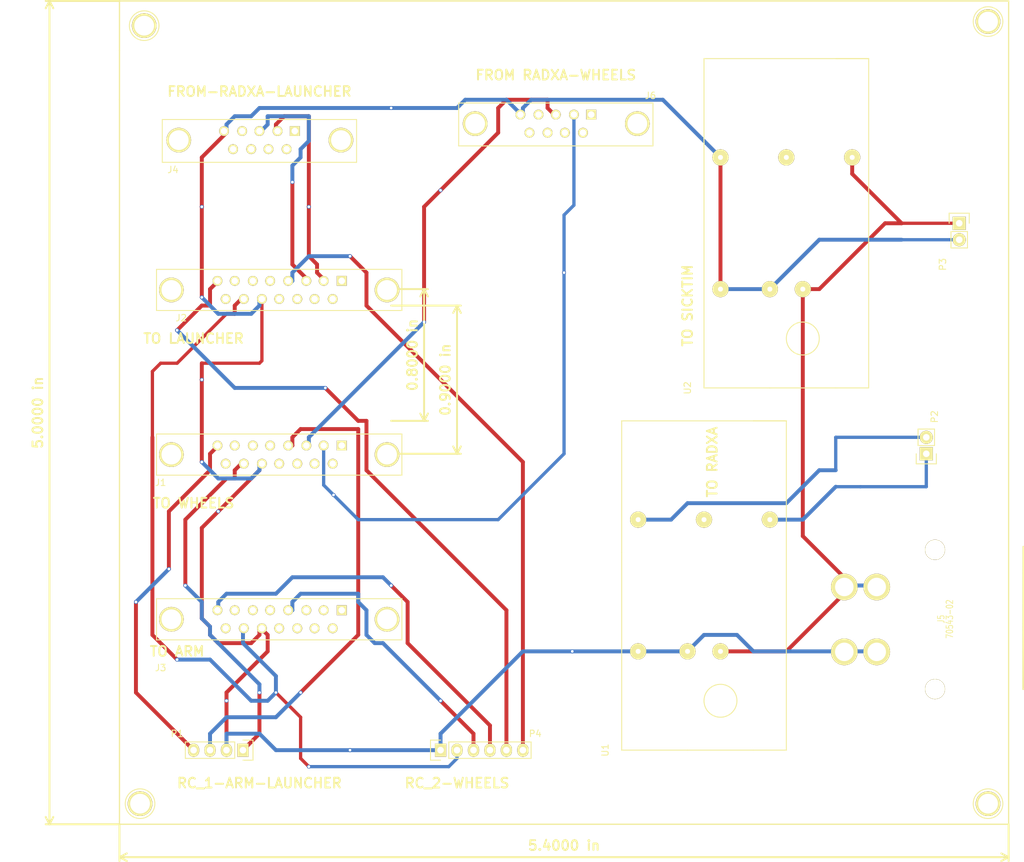
<source format=kicad_pcb>
(kicad_pcb (version 4) (host pcbnew 4.0.2-4+6225~38~ubuntu14.04.1-stable)

  (general
    (links 34)
    (no_connects 0)
    (area 32.560716 12.8212 191.968401 148.750001)
    (thickness 1.6)
    (drawings 20)
    (tracks 275)
    (zones 0)
    (modules 16)
    (nets 60)
  )

  (page A4)
  (title_block
    (title "Interface Board")
  )

  (layers
    (0 F.Cu signal)
    (31 B.Cu signal)
    (32 B.Adhes user)
    (33 F.Adhes user)
    (34 B.Paste user)
    (35 F.Paste user)
    (36 B.SilkS user)
    (37 F.SilkS user)
    (38 B.Mask user)
    (39 F.Mask user)
    (40 Dwgs.User user)
    (41 Cmts.User user)
    (42 Eco1.User user)
    (43 Eco2.User user)
    (44 Edge.Cuts user)
    (45 Margin user)
    (46 B.CrtYd user)
    (47 F.CrtYd user)
    (48 B.Fab user)
    (49 F.Fab user)
  )

  (setup
    (last_trace_width 0.504)
    (trace_clearance 0.3508)
    (zone_clearance 0.508)
    (zone_45_only yes)
    (trace_min 0.2)
    (segment_width 0.2)
    (edge_width 0.15)
    (via_size 0.6)
    (via_drill 0.4)
    (via_min_size 0.4)
    (via_min_drill 0.3)
    (uvia_size 0.3)
    (uvia_drill 0.1)
    (uvias_allowed no)
    (uvia_min_size 0)
    (uvia_min_drill 0)
    (pcb_text_width 0.3)
    (pcb_text_size 1.5 1.5)
    (mod_edge_width 0.15)
    (mod_text_size 1 1)
    (mod_text_width 0.15)
    (pad_size 3.81 3.81)
    (pad_drill 3.048)
    (pad_to_mask_clearance 0.2)
    (aux_axis_origin 0 0)
    (visible_elements FFFFFF7F)
    (pcbplotparams
      (layerselection 0x000fc_80000001)
      (usegerberextensions false)
      (excludeedgelayer true)
      (linewidth 0.100000)
      (plotframeref false)
      (viasonmask false)
      (mode 1)
      (useauxorigin false)
      (hpglpennumber 1)
      (hpglpenspeed 20)
      (hpglpendiameter 15)
      (hpglpenoverlay 2)
      (psnegative false)
      (psa4output false)
      (plotreference true)
      (plotvalue true)
      (plotinvisibletext false)
      (padsonsilk false)
      (subtractmaskfromsilk false)
      (outputformat 1)
      (mirror false)
      (drillshape 0)
      (scaleselection 1)
      (outputdirectory /media/roshan/DVD/gerber_files/))
  )

  (net 0 "")
  (net 1 "Net-(J1-Pad1)")
  (net 2 /SW_1)
  (net 3 "Net-(J1-Pad5)")
  (net 4 "Net-(J1-Pad6)")
  (net 5 "Net-(J1-Pad7)")
  (net 6 "Net-(J1-Pad9)")
  (net 7 /S1)
  (net 8 /S2)
  (net 9 "Net-(J1-Pad12)")
  (net 10 "Net-(J1-Pad15)")
  (net 11 "Net-(J2-Pad1)")
  (net 12 /RX/TX)
  (net 13 "Net-(J2-Pad4)")
  (net 14 "Net-(J2-Pad5)")
  (net 15 "Net-(J2-Pad6)")
  (net 16 "Net-(J2-Pad7)")
  (net 17 "Net-(J2-Pad8)")
  (net 18 "Net-(J2-Pad9)")
  (net 19 "Net-(J2-Pad10)")
  (net 20 "Net-(J2-Pad11)")
  (net 21 "Net-(J2-Pad12)")
  (net 22 /VDD)
  (net 23 "Net-(J2-Pad15)")
  (net 24 "Net-(J3-Pad1)")
  (net 25 "Net-(J3-Pad2)")
  (net 26 "Net-(J3-Pad3)")
  (net 27 /SIG1)
  (net 28 "Net-(J3-Pad5)")
  (net 29 "Net-(J3-Pad6)")
  (net 30 "Net-(J3-Pad7)")
  (net 31 /SIG2)
  (net 32 "Net-(J3-Pad9)")
  (net 33 "Net-(J3-Pad10)")
  (net 34 "Net-(J3-Pad11)")
  (net 35 "Net-(J3-Pad12)")
  (net 36 "Net-(J3-Pad15)")
  (net 37 "Net-(J4-Pad1)")
  (net 38 "Net-(J4-Pad4)")
  (net 39 "Net-(J4-Pad6)")
  (net 40 "Net-(J4-Pad7)")
  (net 41 "Net-(J4-Pad8)")
  (net 42 "Net-(J4-Pad9)")
  (net 43 /VDD_R)
  (net 44 "Net-(P2-Pad2)")
  (net 45 /SW_2)
  (net 46 GND)
  (net 47 /TX/RX)
  (net 48 "Net-(J6-Pad1)")
  (net 49 "Net-(J6-Pad4)")
  (net 50 "Net-(J6-Pad6)")
  (net 51 "Net-(J6-Pad9)")
  (net 52 "Net-(J6-Pad7)")
  (net 53 "Net-(J6-Pad8)")
  (net 54 "Net-(J1-Pad10)")
  (net 55 "Net-(J1-Pad11)")
  (net 56 "Net-(U1-Pad4)")
  (net 57 "Net-(U2-Pad4)")
  (net 58 "Net-(J1-Pad14)")
  (net 59 "Net-(J2-Pad14)")

  (net_class Default "This is the default net class."
    (clearance 0.3508)
    (trace_width 0.504)
    (via_dia 0.6)
    (via_drill 0.4)
    (uvia_dia 0.3)
    (uvia_drill 0.1)
    (add_net /RX/TX)
    (add_net /S1)
    (add_net /S2)
    (add_net /SIG1)
    (add_net /SIG2)
    (add_net /SW_1)
    (add_net /SW_2)
    (add_net /TX/RX)
    (add_net /VDD)
    (add_net /VDD_R)
    (add_net GND)
    (add_net "Net-(J1-Pad1)")
    (add_net "Net-(J1-Pad10)")
    (add_net "Net-(J1-Pad11)")
    (add_net "Net-(J1-Pad12)")
    (add_net "Net-(J1-Pad14)")
    (add_net "Net-(J1-Pad15)")
    (add_net "Net-(J1-Pad5)")
    (add_net "Net-(J1-Pad6)")
    (add_net "Net-(J1-Pad7)")
    (add_net "Net-(J1-Pad9)")
    (add_net "Net-(J2-Pad1)")
    (add_net "Net-(J2-Pad10)")
    (add_net "Net-(J2-Pad11)")
    (add_net "Net-(J2-Pad12)")
    (add_net "Net-(J2-Pad14)")
    (add_net "Net-(J2-Pad15)")
    (add_net "Net-(J2-Pad4)")
    (add_net "Net-(J2-Pad5)")
    (add_net "Net-(J2-Pad6)")
    (add_net "Net-(J2-Pad7)")
    (add_net "Net-(J2-Pad8)")
    (add_net "Net-(J2-Pad9)")
    (add_net "Net-(J3-Pad1)")
    (add_net "Net-(J3-Pad10)")
    (add_net "Net-(J3-Pad11)")
    (add_net "Net-(J3-Pad12)")
    (add_net "Net-(J3-Pad15)")
    (add_net "Net-(J3-Pad2)")
    (add_net "Net-(J3-Pad3)")
    (add_net "Net-(J3-Pad5)")
    (add_net "Net-(J3-Pad6)")
    (add_net "Net-(J3-Pad7)")
    (add_net "Net-(J3-Pad9)")
    (add_net "Net-(J4-Pad1)")
    (add_net "Net-(J4-Pad4)")
    (add_net "Net-(J4-Pad6)")
    (add_net "Net-(J4-Pad7)")
    (add_net "Net-(J4-Pad8)")
    (add_net "Net-(J4-Pad9)")
    (add_net "Net-(J6-Pad1)")
    (add_net "Net-(J6-Pad4)")
    (add_net "Net-(J6-Pad6)")
    (add_net "Net-(J6-Pad7)")
    (add_net "Net-(J6-Pad8)")
    (add_net "Net-(J6-Pad9)")
    (add_net "Net-(P2-Pad2)")
    (add_net "Net-(U1-Pad4)")
    (add_net "Net-(U2-Pad4)")
  )

  (module vtg_reg_Pandora_sicktim:vtg_reg_Pandora_sicktim (layer F.Cu) (tedit 56D0FD6E) (tstamp 56D10C76)
    (at 127 127 90)
    (path /56D0FE41)
    (fp_text reference U1 (at -2.54 0 90) (layer F.SilkS)
      (effects (font (size 1 1) (thickness 0.15)))
    )
    (fp_text value Vtg_reg_PAndora_radxa (at 25.4 12.7 90) (layer F.Fab) hide
      (effects (font (size 1 1) (thickness 0.15)))
    )
    (fp_circle (center 5.08 17.78) (end 5.08 15.24) (layer F.SilkS) (width 0.15))
    (fp_line (start 48.26 27.94) (end 48.26 22.86) (layer F.SilkS) (width 0.15))
    (fp_line (start 48.26 22.86) (end 48.26 27.94) (layer F.SilkS) (width 0.15))
    (fp_line (start 48.26 27.94) (end -2.54 27.94) (layer F.SilkS) (width 0.15))
    (fp_line (start -2.54 27.94) (end -2.54 22.86) (layer F.SilkS) (width 0.15))
    (fp_line (start 48.26 22.86) (end 48.26 2.54) (layer F.SilkS) (width 0.15))
    (fp_line (start 48.26 2.54) (end 27.94 2.54) (layer F.SilkS) (width 0.15))
    (fp_line (start -2.54 12.7) (end -2.54 22.86) (layer F.SilkS) (width 0.15))
    (fp_line (start -2.54 2.54) (end 27.94 2.54) (layer F.SilkS) (width 0.15))
    (fp_line (start -2.54 12.7) (end -2.54 2.54) (layer F.SilkS) (width 0.15))
    (pad 1 thru_hole circle (at 12.7 12.7 90) (size 2.5 2.5) (drill 0.762) (layers *.Cu *.Mask F.SilkS)
      (net 46 GND))
    (pad 2 thru_hole circle (at 12.7 17.78 90) (size 2.5 2.5) (drill 0.762) (layers *.Cu *.Mask F.SilkS)
      (net 22 /VDD))
    (pad 6 thru_hole circle (at 12.7 5.08 90) (size 2.5 2.5) (drill 0.762) (layers *.Cu *.Mask F.SilkS)
      (net 46 GND))
    (pad 4 thru_hole circle (at 33.02 15.24 90) (size 2.5 2.5) (drill 0.762) (layers *.Cu *.Mask F.SilkS)
      (net 56 "Net-(U1-Pad4)"))
    (pad 5 thru_hole circle (at 33.02 5.08 90) (size 2.5 2.5) (drill 0.762) (layers *.Cu *.Mask F.SilkS)
      (net 44 "Net-(P2-Pad2)"))
    (pad 3 thru_hole circle (at 33.02 25.4 90) (size 2.5 2.5) (drill 0.762) (layers *.Cu *.Mask F.SilkS)
      (net 43 /VDD_R))
  )

  (module Connect:DB15FD (layer F.Cu) (tedit 56CF7731) (tstamp 56CB8216)
    (at 76.2 83.82)
    (descr "Connecteur DB15 femelle droit")
    (tags "CONN DB15")
    (path /56C68211)
    (fp_text reference J1 (at -17.78 4.445 180) (layer F.SilkS)
      (effects (font (size 1 1) (thickness 0.15)))
    )
    (fp_text value DB15 (at 17.145 -6.35 180) (layer F.Fab)
      (effects (font (size 1 1) (thickness 0.15)))
    )
    (fp_line (start -18.415 -3.048) (end -18.415 3.302) (layer F.SilkS) (width 0.15))
    (fp_line (start -18.415 3.302) (end 19.431 3.302) (layer F.SilkS) (width 0.15))
    (fp_line (start 19.431 3.302) (end 19.431 -3.048) (layer F.SilkS) (width 0.15))
    (fp_line (start 19.431 -3.048) (end -18.415 -3.048) (layer F.SilkS) (width 0.15))
    (pad 0 thru_hole circle (at -16.129 0.127) (size 3.81 3.81) (drill 3.048) (layers *.Cu *.Mask F.SilkS))
    (pad 0 thru_hole circle (at 17.145 0.127) (size 3.81 3.81) (drill 3.048) (layers *.Cu *.Mask F.SilkS))
    (pad 1 thru_hole rect (at 10.16 -1.27) (size 1.524 1.524) (drill 1.016) (layers *.Cu *.Mask F.SilkS)
      (net 1 "Net-(J1-Pad1)"))
    (pad 2 thru_hole circle (at 7.366 -1.27) (size 1.524 1.524) (drill 1.016) (layers *.Cu *.Mask F.SilkS)
      (net 2 /SW_1))
    (pad 3 thru_hole circle (at 4.699 -1.27) (size 1.524 1.524) (drill 1.016) (layers *.Cu *.Mask F.SilkS)
      (net 45 /SW_2))
    (pad 4 thru_hole circle (at 1.905 -1.27) (size 1.524 1.524) (drill 1.016) (layers *.Cu *.Mask F.SilkS)
      (net 7 /S1))
    (pad 5 thru_hole circle (at -0.889 -1.27) (size 1.524 1.524) (drill 1.016) (layers *.Cu *.Mask F.SilkS)
      (net 3 "Net-(J1-Pad5)"))
    (pad 6 thru_hole circle (at -3.556 -1.27) (size 1.524 1.524) (drill 1.016) (layers *.Cu *.Mask F.SilkS)
      (net 4 "Net-(J1-Pad6)"))
    (pad 7 thru_hole circle (at -6.35 -1.27) (size 1.524 1.524) (drill 1.016) (layers *.Cu *.Mask F.SilkS)
      (net 5 "Net-(J1-Pad7)"))
    (pad 8 thru_hole circle (at -9.017 -1.27) (size 1.524 1.524) (drill 1.016) (layers *.Cu *.Mask F.SilkS)
      (net 8 /S2))
    (pad 9 thru_hole circle (at 8.763 1.524) (size 1.524 1.524) (drill 1.016) (layers *.Cu *.Mask F.SilkS)
      (net 6 "Net-(J1-Pad9)"))
    (pad 10 thru_hole circle (at 5.969 1.524) (size 1.524 1.524) (drill 1.016) (layers *.Cu *.Mask F.SilkS)
      (net 54 "Net-(J1-Pad10)"))
    (pad 11 thru_hole circle (at 3.302 1.524) (size 1.524 1.524) (drill 1.016) (layers *.Cu *.Mask F.SilkS)
      (net 55 "Net-(J1-Pad11)"))
    (pad 12 thru_hole circle (at 0.508 1.524) (size 1.524 1.524) (drill 1.016) (layers *.Cu *.Mask F.SilkS)
      (net 9 "Net-(J1-Pad12)"))
    (pad 13 thru_hole circle (at -2.159 1.524) (size 1.524 1.524) (drill 1.016) (layers *.Cu *.Mask F.SilkS)
      (net 46 GND))
    (pad 14 thru_hole circle (at -4.953 1.524) (size 1.524 1.524) (drill 1.016) (layers *.Cu *.Mask F.SilkS)
      (net 58 "Net-(J1-Pad14)"))
    (pad 15 thru_hole circle (at -7.747 1.524) (size 1.524 1.524) (drill 1.016) (layers *.Cu *.Mask F.SilkS)
      (net 10 "Net-(J1-Pad15)"))
    (model Connect.3dshapes/DB15FD.wrl
      (at (xyz 0 0 0))
      (scale (xyz 1 1 1))
      (rotate (xyz 0 0 0))
    )
  )

  (module Connect:DB15FD (layer F.Cu) (tedit 56CF76A1) (tstamp 56CB822B)
    (at 76.2 58.42)
    (descr "Connecteur DB15 femelle droit")
    (tags "CONN DB15")
    (path /56C6866C)
    (fp_text reference J2 (at -14.605 4.445 180) (layer F.SilkS)
      (effects (font (size 1 1) (thickness 0.15)))
    )
    (fp_text value DB15 (at 15.24 -6.35 180) (layer F.Fab)
      (effects (font (size 1 1) (thickness 0.15)))
    )
    (fp_line (start -18.415 -3.048) (end -18.415 3.302) (layer F.SilkS) (width 0.15))
    (fp_line (start -18.415 3.302) (end 19.431 3.302) (layer F.SilkS) (width 0.15))
    (fp_line (start 19.431 3.302) (end 19.431 -3.048) (layer F.SilkS) (width 0.15))
    (fp_line (start 19.431 -3.048) (end -18.415 -3.048) (layer F.SilkS) (width 0.15))
    (pad 0 thru_hole circle (at -16.129 0.127) (size 3.81 3.81) (drill 3.048) (layers *.Cu *.Mask F.SilkS))
    (pad 0 thru_hole circle (at 17.145 0.127) (size 3.81 3.81) (drill 3.048) (layers *.Cu *.Mask F.SilkS))
    (pad 1 thru_hole rect (at 10.16 -1.27) (size 1.524 1.524) (drill 1.016) (layers *.Cu *.Mask F.SilkS)
      (net 11 "Net-(J2-Pad1)"))
    (pad 2 thru_hole circle (at 7.366 -1.27) (size 1.524 1.524) (drill 1.016) (layers *.Cu *.Mask F.SilkS)
      (net 47 /TX/RX))
    (pad 3 thru_hole circle (at 4.699 -1.27) (size 1.524 1.524) (drill 1.016) (layers *.Cu *.Mask F.SilkS)
      (net 12 /RX/TX))
    (pad 4 thru_hole circle (at 1.905 -1.27) (size 1.524 1.524) (drill 1.016) (layers *.Cu *.Mask F.SilkS)
      (net 13 "Net-(J2-Pad4)"))
    (pad 5 thru_hole circle (at -0.889 -1.27) (size 1.524 1.524) (drill 1.016) (layers *.Cu *.Mask F.SilkS)
      (net 14 "Net-(J2-Pad5)"))
    (pad 6 thru_hole circle (at -3.556 -1.27) (size 1.524 1.524) (drill 1.016) (layers *.Cu *.Mask F.SilkS)
      (net 15 "Net-(J2-Pad6)"))
    (pad 7 thru_hole circle (at -6.35 -1.27) (size 1.524 1.524) (drill 1.016) (layers *.Cu *.Mask F.SilkS)
      (net 16 "Net-(J2-Pad7)"))
    (pad 8 thru_hole circle (at -9.017 -1.27) (size 1.524 1.524) (drill 1.016) (layers *.Cu *.Mask F.SilkS)
      (net 17 "Net-(J2-Pad8)"))
    (pad 9 thru_hole circle (at 8.763 1.524) (size 1.524 1.524) (drill 1.016) (layers *.Cu *.Mask F.SilkS)
      (net 18 "Net-(J2-Pad9)"))
    (pad 10 thru_hole circle (at 5.969 1.524) (size 1.524 1.524) (drill 1.016) (layers *.Cu *.Mask F.SilkS)
      (net 19 "Net-(J2-Pad10)"))
    (pad 11 thru_hole circle (at 3.302 1.524) (size 1.524 1.524) (drill 1.016) (layers *.Cu *.Mask F.SilkS)
      (net 20 "Net-(J2-Pad11)"))
    (pad 12 thru_hole circle (at 0.508 1.524) (size 1.524 1.524) (drill 1.016) (layers *.Cu *.Mask F.SilkS)
      (net 21 "Net-(J2-Pad12)"))
    (pad 13 thru_hole circle (at -2.159 1.524) (size 1.524 1.524) (drill 1.016) (layers *.Cu *.Mask F.SilkS)
      (net 46 GND))
    (pad 14 thru_hole circle (at -4.953 1.524) (size 1.524 1.524) (drill 1.016) (layers *.Cu *.Mask F.SilkS)
      (net 59 "Net-(J2-Pad14)"))
    (pad 15 thru_hole circle (at -7.747 1.524) (size 1.524 1.524) (drill 1.016) (layers *.Cu *.Mask F.SilkS)
      (net 23 "Net-(J2-Pad15)"))
    (model Connect.3dshapes/DB15FD.wrl
      (at (xyz 0 0 0))
      (scale (xyz 1 1 1))
      (rotate (xyz 0 0 0))
    )
  )

  (module Connect:DB15FD (layer F.Cu) (tedit 56D1249E) (tstamp 56CB8240)
    (at 76.2 109.22)
    (descr "Connecteur DB15 femelle droit")
    (tags "CONN DB15")
    (path /56C682A8)
    (fp_text reference J3 (at -17.78 7.62 180) (layer F.SilkS)
      (effects (font (size 1 1) (thickness 0.15)))
    )
    (fp_text value DB15 (at 17.145 -7.62 180) (layer F.Fab)
      (effects (font (size 1 1) (thickness 0.15)))
    )
    (fp_line (start -18.415 -3.048) (end -18.415 3.302) (layer F.SilkS) (width 0.15))
    (fp_line (start -18.415 3.302) (end 19.431 3.302) (layer F.SilkS) (width 0.15))
    (fp_line (start 19.431 3.302) (end 19.431 -3.048) (layer F.SilkS) (width 0.15))
    (fp_line (start 19.431 -3.048) (end -18.415 -3.048) (layer F.SilkS) (width 0.15))
    (pad 0 thru_hole circle (at -16.129 0.127) (size 3.81 3.81) (drill 3.048) (layers *.Cu *.Mask F.SilkS))
    (pad 0 thru_hole circle (at 17.145 0.127) (size 3.81 3.81) (drill 3.048) (layers *.Cu *.Mask F.SilkS))
    (pad 1 thru_hole rect (at 10.16 -1.27) (size 1.524 1.524) (drill 1.016) (layers *.Cu *.Mask F.SilkS)
      (net 24 "Net-(J3-Pad1)"))
    (pad 2 thru_hole circle (at 7.366 -1.27) (size 1.524 1.524) (drill 1.016) (layers *.Cu *.Mask F.SilkS)
      (net 25 "Net-(J3-Pad2)"))
    (pad 3 thru_hole circle (at 4.699 -1.27) (size 1.524 1.524) (drill 1.016) (layers *.Cu *.Mask F.SilkS)
      (net 26 "Net-(J3-Pad3)"))
    (pad 4 thru_hole circle (at 1.905 -1.27) (size 1.524 1.524) (drill 1.016) (layers *.Cu *.Mask F.SilkS)
      (net 27 /SIG1))
    (pad 5 thru_hole circle (at -0.889 -1.27) (size 1.524 1.524) (drill 1.016) (layers *.Cu *.Mask F.SilkS)
      (net 28 "Net-(J3-Pad5)"))
    (pad 6 thru_hole circle (at -3.556 -1.27) (size 1.524 1.524) (drill 1.016) (layers *.Cu *.Mask F.SilkS)
      (net 29 "Net-(J3-Pad6)"))
    (pad 7 thru_hole circle (at -6.35 -1.27) (size 1.524 1.524) (drill 1.016) (layers *.Cu *.Mask F.SilkS)
      (net 30 "Net-(J3-Pad7)"))
    (pad 8 thru_hole circle (at -9.017 -1.27) (size 1.524 1.524) (drill 1.016) (layers *.Cu *.Mask F.SilkS)
      (net 31 /SIG2))
    (pad 9 thru_hole circle (at 8.763 1.524) (size 1.524 1.524) (drill 1.016) (layers *.Cu *.Mask F.SilkS)
      (net 32 "Net-(J3-Pad9)"))
    (pad 10 thru_hole circle (at 5.969 1.524) (size 1.524 1.524) (drill 1.016) (layers *.Cu *.Mask F.SilkS)
      (net 33 "Net-(J3-Pad10)"))
    (pad 11 thru_hole circle (at 3.302 1.524) (size 1.524 1.524) (drill 1.016) (layers *.Cu *.Mask F.SilkS)
      (net 34 "Net-(J3-Pad11)"))
    (pad 12 thru_hole circle (at 0.508 1.524) (size 1.524 1.524) (drill 1.016) (layers *.Cu *.Mask F.SilkS)
      (net 35 "Net-(J3-Pad12)"))
    (pad 13 thru_hole circle (at -2.159 1.524) (size 1.524 1.524) (drill 1.016) (layers *.Cu *.Mask F.SilkS)
      (net 46 GND))
    (pad 14 thru_hole circle (at -4.953 1.524) (size 1.524 1.524) (drill 1.016) (layers *.Cu *.Mask F.SilkS)
      (net 59 "Net-(J2-Pad14)"))
    (pad 15 thru_hole circle (at -7.747 1.524) (size 1.524 1.524) (drill 1.016) (layers *.Cu *.Mask F.SilkS)
      (net 36 "Net-(J3-Pad15)"))
    (model Connect.3dshapes/DB15FD.wrl
      (at (xyz 0 0 0))
      (scale (xyz 1 1 1))
      (rotate (xyz 0 0 0))
    )
  )

  (module Connect:DB9FD (layer F.Cu) (tedit 56CF7617) (tstamp 56CB824F)
    (at 73.66 35.56)
    (descr "Connecteur DB9 femelle droit")
    (tags "CONN DB9")
    (path /56C683BD)
    (fp_text reference J4 (at -13.335 4.445 180) (layer F.SilkS)
      (effects (font (size 1 1) (thickness 0.15)))
    )
    (fp_text value DB9 (at 16.51 -3.175) (layer F.Fab)
      (effects (font (size 1 1) (thickness 0.15)))
    )
    (fp_line (start -14.986 -3.302) (end -14.986 3.302) (layer F.SilkS) (width 0.15))
    (fp_line (start -14.986 3.302) (end 14.986 3.302) (layer F.SilkS) (width 0.15))
    (fp_line (start 14.986 3.302) (end 14.986 -3.302) (layer F.SilkS) (width 0.15))
    (fp_line (start 14.986 -3.302) (end -14.986 -3.302) (layer F.SilkS) (width 0.15))
    (pad 0 thru_hole circle (at -12.446 -0.127) (size 3.81 3.81) (drill 3.048) (layers *.Cu *.Mask F.SilkS))
    (pad 0 thru_hole circle (at 12.573 -0.127) (size 3.81 3.81) (drill 3.048) (layers *.Cu *.Mask F.SilkS))
    (pad 1 thru_hole rect (at 5.461 -1.524) (size 1.524 1.524) (drill 1.016) (layers *.Cu *.Mask F.SilkS)
      (net 37 "Net-(J4-Pad1)"))
    (pad 2 thru_hole circle (at 2.794 -1.524) (size 1.524 1.524) (drill 1.016) (layers *.Cu *.Mask F.SilkS)
      (net 47 /TX/RX))
    (pad 3 thru_hole circle (at 0 -1.524) (size 1.524 1.524) (drill 1.016) (layers *.Cu *.Mask F.SilkS)
      (net 12 /RX/TX))
    (pad 4 thru_hole circle (at -2.667 -1.524) (size 1.524 1.524) (drill 1.016) (layers *.Cu *.Mask F.SilkS)
      (net 38 "Net-(J4-Pad4)"))
    (pad 5 thru_hole circle (at -5.461 -1.524) (size 1.524 1.524) (drill 1.016) (layers *.Cu *.Mask F.SilkS)
      (net 46 GND))
    (pad 6 thru_hole circle (at 4.191 1.27) (size 1.524 1.524) (drill 1.016) (layers *.Cu *.Mask F.SilkS)
      (net 39 "Net-(J4-Pad6)"))
    (pad 7 thru_hole circle (at 1.397 1.27) (size 1.524 1.524) (drill 1.016) (layers *.Cu *.Mask F.SilkS)
      (net 40 "Net-(J4-Pad7)"))
    (pad 8 thru_hole circle (at -1.27 1.27) (size 1.524 1.524) (drill 1.016) (layers *.Cu *.Mask F.SilkS)
      (net 41 "Net-(J4-Pad8)"))
    (pad 9 thru_hole circle (at -4.064 1.27) (size 1.524 1.524) (drill 1.016) (layers *.Cu *.Mask F.SilkS)
      (net 42 "Net-(J4-Pad9)"))
    (model Connect.3dshapes/DB9FD.wrl
      (at (xyz 0 0 0))
      (scale (xyz 1 1 1))
      (rotate (xyz 0 0 0))
    )
  )

  (module Molex:MOLEX0428202213 (layer F.Cu) (tedit 0) (tstamp 56CB8259)
    (at 177.8 109.22 90)
    (path /56CA94FA)
    (fp_text reference J5 (at -0.1016 1.016 90) (layer F.SilkS)
      (effects (font (size 1.016 0.762) (thickness 0.127)))
    )
    (fp_text value 70543-02 (at -0.1016 2.3368 90) (layer F.SilkS)
      (effects (font (size 1.016 0.762) (thickness 0.127)))
    )
    (fp_line (start -10.922 13.6652) (end 11.0744 13.6906) (layer F.SilkS) (width 0.254))
    (pad 1 thru_hole circle (at 4.8514 -13.9192 90) (size 4.1148 4.1148) (drill 2.8448) (layers *.Cu *.Mask F.SilkS)
      (net 22 /VDD) (solder_mask_margin 0.0762) (clearance 0.254))
    (pad 1 thru_hole circle (at 4.8514 -8.9154 90) (size 4.1148 4.1148) (drill 2.8448) (layers *.Cu *.Mask F.SilkS)
      (net 22 /VDD) (solder_mask_margin 0.0762) (clearance 0.254))
    (pad 2 thru_hole circle (at -5.1562 -13.9192 90) (size 4.1148 4.1148) (drill 2.8448) (layers *.Cu *.Mask F.SilkS)
      (net 46 GND) (solder_mask_margin 0.0762) (clearance 0.254))
    (pad 2 thru_hole circle (at -5.1562 -8.9154 90) (size 4.1148 4.1148) (drill 2.8448) (layers *.Cu *.Mask F.SilkS)
      (net 46 GND) (solder_mask_margin 0.0762) (clearance 0.254))
    (pad 3 thru_hole circle (at 10.5918 0.0762 90) (size 3.0988 3.0988) (drill 2.9972) (layers *.Cu *.Mask F.SilkS)
      (solder_mask_margin 0.0254) (clearance 0.254))
    (pad 3 thru_hole circle (at -10.8966 0.0762 90) (size 3.0988 3.0988) (drill 2.9972) (layers *.Cu *.Mask F.SilkS)
      (solder_mask_margin 0.0254) (clearance 0.254))
  )

  (module Connect:DB9FD (layer F.Cu) (tedit 56CF7614) (tstamp 56CB8268)
    (at 119.38 33.02)
    (descr "Connecteur DB9 femelle droit")
    (tags "CONN DB9")
    (path /56CB7E6D)
    (fp_text reference J6 (at 14.605 -4.445 180) (layer F.SilkS)
      (effects (font (size 1 1) (thickness 0.15)))
    )
    (fp_text value DB9 (at -16.51 3.175) (layer F.Fab)
      (effects (font (size 1 1) (thickness 0.15)))
    )
    (fp_line (start -14.986 -3.302) (end -14.986 3.302) (layer F.SilkS) (width 0.15))
    (fp_line (start -14.986 3.302) (end 14.986 3.302) (layer F.SilkS) (width 0.15))
    (fp_line (start 14.986 3.302) (end 14.986 -3.302) (layer F.SilkS) (width 0.15))
    (fp_line (start 14.986 -3.302) (end -14.986 -3.302) (layer F.SilkS) (width 0.15))
    (pad 0 thru_hole circle (at -12.446 -0.127) (size 3.81 3.81) (drill 3.048) (layers *.Cu *.Mask F.SilkS))
    (pad 0 thru_hole circle (at 12.573 -0.127) (size 3.81 3.81) (drill 3.048) (layers *.Cu *.Mask F.SilkS))
    (pad 1 thru_hole rect (at 5.461 -1.524) (size 1.524 1.524) (drill 1.016) (layers *.Cu *.Mask F.SilkS)
      (net 48 "Net-(J6-Pad1)"))
    (pad 2 thru_hole circle (at 2.794 -1.524) (size 1.524 1.524) (drill 1.016) (layers *.Cu *.Mask F.SilkS)
      (net 2 /SW_1))
    (pad 3 thru_hole circle (at 0 -1.524) (size 1.524 1.524) (drill 1.016) (layers *.Cu *.Mask F.SilkS)
      (net 45 /SW_2))
    (pad 4 thru_hole circle (at -2.667 -1.524) (size 1.524 1.524) (drill 1.016) (layers *.Cu *.Mask F.SilkS)
      (net 49 "Net-(J6-Pad4)"))
    (pad 5 thru_hole circle (at -5.461 -1.524) (size 1.524 1.524) (drill 1.016) (layers *.Cu *.Mask F.SilkS)
      (net 46 GND))
    (pad 6 thru_hole circle (at 4.191 1.27) (size 1.524 1.524) (drill 1.016) (layers *.Cu *.Mask F.SilkS)
      (net 50 "Net-(J6-Pad6)"))
    (pad 7 thru_hole circle (at 1.397 1.27) (size 1.524 1.524) (drill 1.016) (layers *.Cu *.Mask F.SilkS)
      (net 52 "Net-(J6-Pad7)"))
    (pad 8 thru_hole circle (at -1.27 1.27) (size 1.524 1.524) (drill 1.016) (layers *.Cu *.Mask F.SilkS)
      (net 53 "Net-(J6-Pad8)"))
    (pad 9 thru_hole circle (at -4.064 1.27) (size 1.524 1.524) (drill 1.016) (layers *.Cu *.Mask F.SilkS)
      (net 51 "Net-(J6-Pad9)"))
    (model Connect.3dshapes/DB9FD.wrl
      (at (xyz 0 0 0))
      (scale (xyz 1 1 1))
      (rotate (xyz 0 0 0))
    )
  )

  (module Pin_Headers:Pin_Header_Straight_1x04 (layer F.Cu) (tedit 56CF77A1) (tstamp 56CB8270)
    (at 71.12 129.54 270)
    (descr "Through hole pin header")
    (tags "pin header")
    (path /56C6815C)
    (fp_text reference P1 (at -2.54 10.16 360) (layer F.SilkS)
      (effects (font (size 1 1) (thickness 0.15)))
    )
    (fp_text value CONN_01X04 (at 3.81 3.81 360) (layer F.Fab)
      (effects (font (size 1 1) (thickness 0.15)))
    )
    (fp_line (start -1.75 -1.75) (end -1.75 9.4) (layer F.CrtYd) (width 0.05))
    (fp_line (start 1.75 -1.75) (end 1.75 9.4) (layer F.CrtYd) (width 0.05))
    (fp_line (start -1.75 -1.75) (end 1.75 -1.75) (layer F.CrtYd) (width 0.05))
    (fp_line (start -1.75 9.4) (end 1.75 9.4) (layer F.CrtYd) (width 0.05))
    (fp_line (start -1.27 1.27) (end -1.27 8.89) (layer F.SilkS) (width 0.15))
    (fp_line (start 1.27 1.27) (end 1.27 8.89) (layer F.SilkS) (width 0.15))
    (fp_line (start 1.55 -1.55) (end 1.55 0) (layer F.SilkS) (width 0.15))
    (fp_line (start -1.27 8.89) (end 1.27 8.89) (layer F.SilkS) (width 0.15))
    (fp_line (start 1.27 1.27) (end -1.27 1.27) (layer F.SilkS) (width 0.15))
    (fp_line (start -1.55 0) (end -1.55 -1.55) (layer F.SilkS) (width 0.15))
    (fp_line (start -1.55 -1.55) (end 1.55 -1.55) (layer F.SilkS) (width 0.15))
    (pad 1 thru_hole rect (at 0 0 270) (size 2.032 1.7272) (drill 1.016) (layers *.Cu *.Mask F.SilkS)
      (net 58 "Net-(J1-Pad14)"))
    (pad 2 thru_hole oval (at 0 2.54 270) (size 2.032 1.7272) (drill 1.016) (layers *.Cu *.Mask F.SilkS)
      (net 46 GND))
    (pad 3 thru_hole oval (at 0 5.08 270) (size 2.032 1.7272) (drill 1.016) (layers *.Cu *.Mask F.SilkS)
      (net 7 /S1))
    (pad 4 thru_hole oval (at 0 7.62 270) (size 2.032 1.7272) (drill 1.016) (layers *.Cu *.Mask F.SilkS)
      (net 8 /S2))
    (model Pin_Headers.3dshapes/Pin_Header_Straight_1x04.wrl
      (at (xyz 0 -0.15 0))
      (scale (xyz 1 1 1))
      (rotate (xyz 0 0 90))
    )
  )

  (module Pin_Headers:Pin_Header_Straight_1x02 (layer F.Cu) (tedit 56CF7643) (tstamp 56CB8276)
    (at 176.53 83.82 180)
    (descr "Through hole pin header")
    (tags "pin header")
    (path /56C6833F)
    (fp_text reference P2 (at -1.27 5.715 270) (layer F.SilkS)
      (effects (font (size 1 1) (thickness 0.15)))
    )
    (fp_text value CONN_01X02_RADXA (at 2.54 1.27 270) (layer F.Fab)
      (effects (font (size 1 1) (thickness 0.15)))
    )
    (fp_line (start 1.27 1.27) (end 1.27 3.81) (layer F.SilkS) (width 0.15))
    (fp_line (start 1.55 -1.55) (end 1.55 0) (layer F.SilkS) (width 0.15))
    (fp_line (start -1.75 -1.75) (end -1.75 4.3) (layer F.CrtYd) (width 0.05))
    (fp_line (start 1.75 -1.75) (end 1.75 4.3) (layer F.CrtYd) (width 0.05))
    (fp_line (start -1.75 -1.75) (end 1.75 -1.75) (layer F.CrtYd) (width 0.05))
    (fp_line (start -1.75 4.3) (end 1.75 4.3) (layer F.CrtYd) (width 0.05))
    (fp_line (start 1.27 1.27) (end -1.27 1.27) (layer F.SilkS) (width 0.15))
    (fp_line (start -1.55 0) (end -1.55 -1.55) (layer F.SilkS) (width 0.15))
    (fp_line (start -1.55 -1.55) (end 1.55 -1.55) (layer F.SilkS) (width 0.15))
    (fp_line (start -1.27 1.27) (end -1.27 3.81) (layer F.SilkS) (width 0.15))
    (fp_line (start -1.27 3.81) (end 1.27 3.81) (layer F.SilkS) (width 0.15))
    (pad 1 thru_hole rect (at 0 0 180) (size 2.032 2.032) (drill 1.016) (layers *.Cu *.Mask F.SilkS)
      (net 43 /VDD_R))
    (pad 2 thru_hole oval (at 0 2.54 180) (size 2.032 2.032) (drill 1.016) (layers *.Cu *.Mask F.SilkS)
      (net 44 "Net-(P2-Pad2)"))
    (model Pin_Headers.3dshapes/Pin_Header_Straight_1x02.wrl
      (at (xyz 0 -0.05 0))
      (scale (xyz 1 1 1))
      (rotate (xyz 0 0 90))
    )
  )

  (module Pin_Headers:Pin_Header_Straight_1x02 (layer F.Cu) (tedit 56CF764D) (tstamp 56CB827C)
    (at 181.61 48.26)
    (descr "Through hole pin header")
    (tags "pin header")
    (path /56C6C09C)
    (fp_text reference P3 (at -2.54 6.35 90) (layer F.SilkS)
      (effects (font (size 1 1) (thickness 0.15)))
    )
    (fp_text value CONN_01X02-SICK_TIM (at 2.54 1.905 90) (layer F.Fab)
      (effects (font (size 1 1) (thickness 0.15)))
    )
    (fp_line (start 1.27 1.27) (end 1.27 3.81) (layer F.SilkS) (width 0.15))
    (fp_line (start 1.55 -1.55) (end 1.55 0) (layer F.SilkS) (width 0.15))
    (fp_line (start -1.75 -1.75) (end -1.75 4.3) (layer F.CrtYd) (width 0.05))
    (fp_line (start 1.75 -1.75) (end 1.75 4.3) (layer F.CrtYd) (width 0.05))
    (fp_line (start -1.75 -1.75) (end 1.75 -1.75) (layer F.CrtYd) (width 0.05))
    (fp_line (start -1.75 4.3) (end 1.75 4.3) (layer F.CrtYd) (width 0.05))
    (fp_line (start 1.27 1.27) (end -1.27 1.27) (layer F.SilkS) (width 0.15))
    (fp_line (start -1.55 0) (end -1.55 -1.55) (layer F.SilkS) (width 0.15))
    (fp_line (start -1.55 -1.55) (end 1.55 -1.55) (layer F.SilkS) (width 0.15))
    (fp_line (start -1.27 1.27) (end -1.27 3.81) (layer F.SilkS) (width 0.15))
    (fp_line (start -1.27 3.81) (end 1.27 3.81) (layer F.SilkS) (width 0.15))
    (pad 1 thru_hole rect (at 0 0) (size 2.032 2.032) (drill 1.016) (layers *.Cu *.Mask F.SilkS)
      (net 22 /VDD))
    (pad 2 thru_hole oval (at 0 2.54) (size 2.032 2.032) (drill 1.016) (layers *.Cu *.Mask F.SilkS)
      (net 46 GND))
    (model Pin_Headers.3dshapes/Pin_Header_Straight_1x02.wrl
      (at (xyz 0 -0.05 0))
      (scale (xyz 1 1 1))
      (rotate (xyz 0 0 90))
    )
  )

  (module Pin_Headers:Pin_Header_Straight_1x06 (layer F.Cu) (tedit 56CF779F) (tstamp 56CB8286)
    (at 101.6 129.54 90)
    (descr "Through hole pin header")
    (tags "pin header")
    (path /56C995B4)
    (fp_text reference P4 (at 2.54 14.605 180) (layer F.SilkS)
      (effects (font (size 1 1) (thickness 0.15)))
    )
    (fp_text value CONN_01X06 (at -3.175 6.35 180) (layer F.Fab)
      (effects (font (size 1 1) (thickness 0.15)))
    )
    (fp_line (start -1.75 -1.75) (end -1.75 14.45) (layer F.CrtYd) (width 0.05))
    (fp_line (start 1.75 -1.75) (end 1.75 14.45) (layer F.CrtYd) (width 0.05))
    (fp_line (start -1.75 -1.75) (end 1.75 -1.75) (layer F.CrtYd) (width 0.05))
    (fp_line (start -1.75 14.45) (end 1.75 14.45) (layer F.CrtYd) (width 0.05))
    (fp_line (start 1.27 1.27) (end 1.27 13.97) (layer F.SilkS) (width 0.15))
    (fp_line (start 1.27 13.97) (end -1.27 13.97) (layer F.SilkS) (width 0.15))
    (fp_line (start -1.27 13.97) (end -1.27 1.27) (layer F.SilkS) (width 0.15))
    (fp_line (start 1.55 -1.55) (end 1.55 0) (layer F.SilkS) (width 0.15))
    (fp_line (start 1.27 1.27) (end -1.27 1.27) (layer F.SilkS) (width 0.15))
    (fp_line (start -1.55 0) (end -1.55 -1.55) (layer F.SilkS) (width 0.15))
    (fp_line (start -1.55 -1.55) (end 1.55 -1.55) (layer F.SilkS) (width 0.15))
    (pad 1 thru_hole rect (at 0 0 90) (size 2.032 1.7272) (drill 1.016) (layers *.Cu *.Mask F.SilkS)
      (net 46 GND))
    (pad 2 thru_hole oval (at 0 2.54 90) (size 2.032 1.7272) (drill 1.016) (layers *.Cu *.Mask F.SilkS)
      (net 59 "Net-(J2-Pad14)"))
    (pad 3 thru_hole oval (at 0 5.08 90) (size 2.032 1.7272) (drill 1.016) (layers *.Cu *.Mask F.SilkS)
      (net 27 /SIG1))
    (pad 4 thru_hole oval (at 0 7.62 90) (size 2.032 1.7272) (drill 1.016) (layers *.Cu *.Mask F.SilkS)
      (net 31 /SIG2))
    (pad 5 thru_hole oval (at 0 10.16 90) (size 2.032 1.7272) (drill 1.016) (layers *.Cu *.Mask F.SilkS)
      (net 17 "Net-(J2-Pad8)"))
    (pad 6 thru_hole oval (at 0 12.7 90) (size 2.032 1.7272) (drill 1.016) (layers *.Cu *.Mask F.SilkS)
      (net 13 "Net-(J2-Pad4)"))
    (model Pin_Headers.3dshapes/Pin_Header_Straight_1x06.wrl
      (at (xyz 0 -0.25 0))
      (scale (xyz 1 1 1))
      (rotate (xyz 0 0 90))
    )
  )

  (module Connect:1pin (layer F.Cu) (tedit 56CF7B3F) (tstamp 56CF71C2)
    (at 186.055 17.145)
    (descr "module 1 pin (ou trou mecanique de percage)")
    (tags DEV)
    (fp_text reference P** (at 0 -3.048) (layer F.SilkS) hide
      (effects (font (size 1 1) (thickness 0.15)))
    )
    (fp_text value 1pin (at 0 2.794) (layer F.Fab) hide
      (effects (font (size 1 1) (thickness 0.15)))
    )
    (fp_circle (center 0 0) (end 0 -2.286) (layer F.SilkS) (width 0.15))
    (pad 1 thru_hole circle (at 0 0) (size 3.81 3.81) (drill 3.048) (layers *.Cu *.Mask F.SilkS))
  )

  (module Connect:1pin (layer F.Cu) (tedit 56CF7B34) (tstamp 56CF71CE)
    (at 55.88 17.78)
    (descr "module 1 pin (ou trou mecanique de percage)")
    (tags DEV)
    (fp_text reference P** (at 0 -3.048) (layer F.SilkS) hide
      (effects (font (size 1 1) (thickness 0.15)))
    )
    (fp_text value 1pin (at 0 2.794) (layer F.Fab) hide
      (effects (font (size 1 1) (thickness 0.15)))
    )
    (fp_circle (center 0 0) (end 0 -2.286) (layer F.SilkS) (width 0.15))
    (pad 1 thru_hole circle (at 0 0) (size 3.81 3.81) (drill 3.048) (layers *.Cu *.Mask F.SilkS))
  )

  (module Connect:1pin (layer F.Cu) (tedit 56CF7B29) (tstamp 56CF71D4)
    (at 55.245 137.795)
    (descr "module 1 pin (ou trou mecanique de percage)")
    (tags DEV)
    (fp_text reference P** (at 0 -3.048) (layer F.SilkS) hide
      (effects (font (size 1 1) (thickness 0.15)))
    )
    (fp_text value 1pin (at 0 2.794) (layer F.Fab) hide
      (effects (font (size 1 1) (thickness 0.15)))
    )
    (fp_circle (center 0 0) (end 0 -2.286) (layer F.SilkS) (width 0.15))
    (pad 1 thru_hole circle (at 0 0) (size 3.81 3.81) (drill 3.048) (layers *.Cu *.Mask F.SilkS))
  )

  (module Connect:1pin (layer F.Cu) (tedit 56CF7B1C) (tstamp 56CF71DB)
    (at 186.055 137.795)
    (descr "module 1 pin (ou trou mecanique de percage)")
    (tags DEV)
    (fp_text reference P** (at 0 -3.048) (layer F.SilkS) hide
      (effects (font (size 1 1) (thickness 0.15)))
    )
    (fp_text value 1pin (at 0 2.794) (layer F.Fab) hide
      (effects (font (size 1 1) (thickness 0.15)))
    )
    (fp_circle (center 0 0) (end 0 -2.286) (layer F.SilkS) (width 0.15))
    (pad 1 thru_hole circle (at 0 0) (size 3.81 3.81) (drill 3.048) (layers *.Cu *.Mask F.SilkS))
  )

  (module vtg_reg_Pandora_sicktim:vtg_reg_Pandora_sicktim (layer F.Cu) (tedit 56D0FD6E) (tstamp 56D10C89)
    (at 139.7 71.12 90)
    (path /56D1002A)
    (fp_text reference U2 (at -2.54 0 90) (layer F.SilkS)
      (effects (font (size 1 1) (thickness 0.15)))
    )
    (fp_text value Vtg_reg_PAndora_sicktim (at 25.4 12.7 90) (layer F.Fab) hide
      (effects (font (size 1 1) (thickness 0.15)))
    )
    (fp_circle (center 5.08 17.78) (end 5.08 15.24) (layer F.SilkS) (width 0.15))
    (fp_line (start 48.26 27.94) (end 48.26 22.86) (layer F.SilkS) (width 0.15))
    (fp_line (start 48.26 22.86) (end 48.26 27.94) (layer F.SilkS) (width 0.15))
    (fp_line (start 48.26 27.94) (end -2.54 27.94) (layer F.SilkS) (width 0.15))
    (fp_line (start -2.54 27.94) (end -2.54 22.86) (layer F.SilkS) (width 0.15))
    (fp_line (start 48.26 22.86) (end 48.26 2.54) (layer F.SilkS) (width 0.15))
    (fp_line (start 48.26 2.54) (end 27.94 2.54) (layer F.SilkS) (width 0.15))
    (fp_line (start -2.54 12.7) (end -2.54 22.86) (layer F.SilkS) (width 0.15))
    (fp_line (start -2.54 2.54) (end 27.94 2.54) (layer F.SilkS) (width 0.15))
    (fp_line (start -2.54 12.7) (end -2.54 2.54) (layer F.SilkS) (width 0.15))
    (pad 1 thru_hole circle (at 12.7 12.7 90) (size 2.5 2.5) (drill 0.762) (layers *.Cu *.Mask F.SilkS)
      (net 46 GND))
    (pad 2 thru_hole circle (at 12.7 17.78 90) (size 2.5 2.5) (drill 0.762) (layers *.Cu *.Mask F.SilkS)
      (net 22 /VDD))
    (pad 6 thru_hole circle (at 12.7 5.08 90) (size 2.5 2.5) (drill 0.762) (layers *.Cu *.Mask F.SilkS)
      (net 46 GND))
    (pad 4 thru_hole circle (at 33.02 15.24 90) (size 2.5 2.5) (drill 0.762) (layers *.Cu *.Mask F.SilkS)
      (net 57 "Net-(U2-Pad4)"))
    (pad 5 thru_hole circle (at 33.02 5.08 90) (size 2.5 2.5) (drill 0.762) (layers *.Cu *.Mask F.SilkS)
      (net 46 GND))
    (pad 3 thru_hole circle (at 33.02 25.4 90) (size 2.5 2.5) (drill 0.762) (layers *.Cu *.Mask F.SilkS)
      (net 22 /VDD))
  )

  (dimension 22.86 (width 0.3) (layer F.SilkS)
    (gr_text "22.860 mm" (at 105.49 72.39 270) (layer F.SilkS)
      (effects (font (size 1.5 1.5) (thickness 0.3)))
    )
    (feature1 (pts (xy 93.98 83.82) (xy 106.84 83.82)))
    (feature2 (pts (xy 93.98 60.96) (xy 106.84 60.96)))
    (crossbar (pts (xy 104.14 60.96) (xy 104.14 83.82)))
    (arrow1a (pts (xy 104.14 83.82) (xy 103.553579 82.693496)))
    (arrow1b (pts (xy 104.14 83.82) (xy 104.726421 82.693496)))
    (arrow2a (pts (xy 104.14 60.96) (xy 103.553579 62.086504)))
    (arrow2b (pts (xy 104.14 60.96) (xy 104.726421 62.086504)))
  )
  (dimension 20.32 (width 0.3) (layer F.SilkS)
    (gr_text "20.320 mm" (at 100.41 68.58 270) (layer F.SilkS)
      (effects (font (size 1.5 1.5) (thickness 0.3)))
    )
    (feature1 (pts (xy 93.98 78.74) (xy 101.76 78.74)))
    (feature2 (pts (xy 93.98 58.42) (xy 101.76 58.42)))
    (crossbar (pts (xy 99.06 58.42) (xy 99.06 78.74)))
    (arrow1a (pts (xy 99.06 78.74) (xy 98.473579 77.613496)))
    (arrow1b (pts (xy 99.06 78.74) (xy 99.646421 77.613496)))
    (arrow2a (pts (xy 99.06 58.42) (xy 98.473579 59.546504)))
    (arrow2b (pts (xy 99.06 58.42) (xy 99.646421 59.546504)))
  )
  (dimension 137.16 (width 0.3) (layer F.SilkS)
    (gr_text "137.160 mm" (at 120.65 147.4) (layer F.SilkS)
      (effects (font (size 1.5 1.5) (thickness 0.3)))
    )
    (feature1 (pts (xy 189.23 140.97) (xy 189.23 148.75)))
    (feature2 (pts (xy 52.07 140.97) (xy 52.07 148.75)))
    (crossbar (pts (xy 52.07 146.05) (xy 189.23 146.05)))
    (arrow1a (pts (xy 189.23 146.05) (xy 188.103496 146.636421)))
    (arrow1b (pts (xy 189.23 146.05) (xy 188.103496 145.463579)))
    (arrow2a (pts (xy 52.07 146.05) (xy 53.196504 146.636421)))
    (arrow2b (pts (xy 52.07 146.05) (xy 53.196504 145.463579)))
  )
  (dimension 127 (width 0.3) (layer F.SilkS)
    (gr_text "127.000 mm" (at 39.925 77.47 90) (layer F.SilkS)
      (effects (font (size 1.5 1.5) (thickness 0.3)))
    )
    (feature1 (pts (xy 52.07 13.97) (xy 38.575 13.97)))
    (feature2 (pts (xy 52.07 140.97) (xy 38.575 140.97)))
    (crossbar (pts (xy 41.275 140.97) (xy 41.275 13.97)))
    (arrow1a (pts (xy 41.275 13.97) (xy 41.861421 15.096504)))
    (arrow1b (pts (xy 41.275 13.97) (xy 40.688579 15.096504)))
    (arrow2a (pts (xy 41.275 140.97) (xy 41.861421 139.843496)))
    (arrow2b (pts (xy 41.275 140.97) (xy 40.688579 139.843496)))
  )
  (gr_line (start 52.07 13.97) (end 52.07 21.59) (angle 90) (layer F.SilkS) (width 0.2))
  (gr_line (start 189.23 13.97) (end 52.07 13.97) (angle 90) (layer F.SilkS) (width 0.2))
  (gr_line (start 189.23 140.97) (end 189.23 13.97) (angle 90) (layer F.SilkS) (width 0.2))
  (gr_line (start 52.07 140.97) (end 189.23 140.97) (angle 90) (layer F.SilkS) (width 0.2))
  (gr_line (start 52.07 119.38) (end 52.07 140.97) (angle 90) (layer F.SilkS) (width 0.2))
  (gr_text "TO SICKTIM" (at 139.7 60.96 90) (layer F.SilkS)
    (effects (font (size 1.5 1.5) (thickness 0.3)))
  )
  (gr_text "TO RADXA" (at 143.51 85.09 90) (layer F.SilkS)
    (effects (font (size 1.5 1.5) (thickness 0.3)))
  )
  (gr_text RC_1-ARM-LAUNCHER (at 73.66 134.62) (layer F.SilkS)
    (effects (font (size 1.5 1.5) (thickness 0.3)))
  )
  (gr_text RC_2-WHEELS (at 104.14 134.62) (layer F.SilkS)
    (effects (font (size 1.5 1.5) (thickness 0.3)))
  )
  (gr_text "TO WHEELS" (at 63.5 91.44) (layer F.SilkS)
    (effects (font (size 1.5 1.5) (thickness 0.3)))
  )
  (gr_text "TO ARM" (at 60.96 114.3) (layer F.SilkS)
    (effects (font (size 1.5 1.5) (thickness 0.3)))
  )
  (gr_text "TO LAUNCHER" (at 63.5 66.04) (layer F.SilkS)
    (effects (font (size 1.5 1.5) (thickness 0.3)))
  )
  (gr_text "FROM RADXA-WHEELS" (at 119.38 25.4) (layer F.SilkS)
    (effects (font (size 1.5 1.5) (thickness 0.3)))
  )
  (gr_text "FROM-RADXA-LAUNCHER\n" (at 73.66 27.94) (layer F.SilkS)
    (effects (font (size 1.5 1.5) (thickness 0.3)))
  )
  (gr_line (start 52.07 29.21) (end 52.07 21.59) (angle 90) (layer F.SilkS) (width 0.2))
  (gr_line (start 52.07 119.38) (end 52.07 29.21) (angle 90) (layer F.SilkS) (width 0.2))

  (via (at 85.09 90.17) (size 0.6) (drill 0.4) (layers F.Cu B.Cu) (net 2))
  (via (at 120.65 55.88) (size 0.6) (drill 0.4) (layers F.Cu B.Cu) (net 2))
  (segment (start 120.65 46.99) (end 120.65 55.88) (width 0.504) (layer B.Cu) (net 2))
  (segment (start 120.65 55.88) (end 120.65 83.82) (width 0.504) (layer B.Cu) (net 2) (tstamp 56D12337))
  (segment (start 122.174 45.466) (end 120.65 46.99) (width 0.504) (layer B.Cu) (net 2) (tstamp 56D12302))
  (segment (start 122.174 31.496) (end 122.174 45.466) (width 0.504) (layer B.Cu) (net 2))
  (segment (start 83.566 88.646) (end 83.566 82.55) (width 0.504) (layer B.Cu) (net 2) (tstamp 56D1230A))
  (segment (start 88.9 93.98) (end 85.09 90.17) (width 0.504) (layer B.Cu) (net 2) (tstamp 56D12308))
  (segment (start 85.09 90.17) (end 83.566 88.646) (width 0.504) (layer B.Cu) (net 2) (tstamp 56D12351))
  (segment (start 110.49 93.98) (end 88.9 93.98) (width 0.504) (layer B.Cu) (net 2) (tstamp 56D12307))
  (segment (start 120.65 83.82) (end 110.49 93.98) (width 0.504) (layer B.Cu) (net 2) (tstamp 56D12305))
  (segment (start 66.04 129.54) (end 66.04 127) (width 0.604) (layer B.Cu) (net 7) (status 80000))
  (segment (start 66.04 127) (end 68.58 124.46) (width 0.604) (layer B.Cu) (net 7) (status 80000))
  (segment (start 68.58 124.46) (end 76.2 124.46) (width 0.604) (layer B.Cu) (net 7) (status 80000))
  (segment (start 76.2 124.46) (end 80.01 120.65) (width 0.604) (layer B.Cu) (net 7) (status 80000))
  (via (at 80.01 120.65) (size 0.6) (layers F.Cu B.Cu) (net 7) (status 80000))
  (segment (start 80.01 120.65) (end 88.9 111.76) (width 0.604) (layer F.Cu) (net 7) (status 80000))
  (segment (start 88.9 111.76) (end 88.9 80.01) (width 0.604) (layer F.Cu) (net 7) (status 80000))
  (segment (start 88.9 80.01) (end 80.01 80.01) (width 0.604) (layer F.Cu) (net 7) (status 80000))
  (segment (start 80.01 80.01) (end 78.74 81.28) (width 0.604) (layer F.Cu) (net 7) (status 80000))
  (segment (start 78.74 81.28) (end 78.74 82.55) (width 0.604) (layer F.Cu) (net 7) (status 80000))
  (segment (start 78.74 82.55) (end 78.105 82.55) (width 0.604) (layer F.Cu) (net 7) (tstamp 56D12228) (status 80000))
  (segment (start 63.5 129.54) (end 54.61 120.65) (width 0.604) (layer F.Cu) (net 8) (status 80000))
  (segment (start 54.61 120.65) (end 54.61 106.68) (width 0.604) (layer F.Cu) (net 8) (status 80000))
  (via (at 54.61 106.68) (size 0.6) (layers F.Cu B.Cu) (net 8) (status 80000))
  (segment (start 54.61 106.68) (end 59.69 101.6) (width 0.604) (layer B.Cu) (net 8) (status 80000))
  (via (at 59.69 101.6) (size 0.6) (layers F.Cu B.Cu) (net 8) (status 80000))
  (segment (start 59.69 101.6) (end 59.69 92.71) (width 0.604) (layer F.Cu) (net 8) (status 80000))
  (segment (start 59.69 92.71) (end 66.04 86.36) (width 0.604) (layer F.Cu) (net 8) (status 80000))
  (segment (start 66.04 86.36) (end 66.04 83.82) (width 0.604) (layer F.Cu) (net 8) (status 80000))
  (segment (start 66.04 83.82) (end 67.31 82.55) (width 0.604) (layer F.Cu) (net 8) (status 80000))
  (segment (start 67.31 82.55) (end 67.183 82.55) (width 0.604) (layer F.Cu) (net 8) (tstamp 56D12227) (status 80000))
  (segment (start 80.899 57.15) (end 81.28 57.15) (width 0.604) (layer F.Cu) (net 12) (status 80000))
  (segment (start 81.28 57.15) (end 78.74 54.61) (width 0.604) (layer F.Cu) (net 12) (status 80000))
  (segment (start 78.74 54.61) (end 78.74 41.91) (width 0.604) (layer F.Cu) (net 12) (status 80000))
  (via (at 78.74 41.91) (size 0.6) (layers F.Cu B.Cu) (net 12) (status 80000))
  (segment (start 78.74 41.91) (end 78.74 39.37) (width 0.604) (layer B.Cu) (net 12) (status 80000))
  (segment (start 78.74 39.37) (end 80.01 38.1) (width 0.604) (layer B.Cu) (net 12) (status 80000))
  (segment (start 80.01 38.1) (end 80.01 36.83) (width 0.604) (layer B.Cu) (net 12) (status 80000))
  (segment (start 80.01 36.83) (end 81.28 35.56) (width 0.604) (layer B.Cu) (net 12) (status 80000))
  (segment (start 81.28 35.56) (end 81.28 31.75) (width 0.604) (layer B.Cu) (net 12) (status 80000))
  (segment (start 81.28 31.75) (end 74.93 31.75) (width 0.604) (layer B.Cu) (net 12) (status 80000))
  (segment (start 74.93 31.75) (end 74.93 33.02) (width 0.604) (layer B.Cu) (net 12) (status 80000))
  (segment (start 74.93 33.02) (end 73.66 34.29) (width 0.604) (layer B.Cu) (net 12) (status 80000))
  (segment (start 73.66 34.29) (end 73.66 34.036) (width 0.604) (layer B.Cu) (net 12) (tstamp 56D12223) (status 80000))
  (segment (start 78.105 57.15) (end 78.74 57.15) (width 0.604) (layer B.Cu) (net 13) (status 80000))
  (segment (start 78.74 57.15) (end 78.74 55.88) (width 0.604) (layer B.Cu) (net 13) (status 80000))
  (segment (start 78.74 55.88) (end 81.28 53.34) (width 0.604) (layer B.Cu) (net 13) (status 80000))
  (segment (start 81.28 53.34) (end 87.63 53.34) (width 0.604) (layer B.Cu) (net 13) (status 80000))
  (via (at 87.63 53.34) (size 0.6) (layers F.Cu B.Cu) (net 13) (status 80000))
  (segment (start 87.63 53.34) (end 90.17 55.88) (width 0.604) (layer F.Cu) (net 13) (status 80000))
  (segment (start 90.17 55.88) (end 90.17 60.96) (width 0.604) (layer F.Cu) (net 13) (status 80000))
  (segment (start 90.17 60.96) (end 114.3 85.09) (width 0.604) (layer F.Cu) (net 13) (status 80000))
  (segment (start 114.3 85.09) (end 114.3 129.54) (width 0.604) (layer F.Cu) (net 13) (status 80000))
  (segment (start 67.183 57.15) (end 67.31 57.15) (width 0.604) (layer F.Cu) (net 17) (status 80000))
  (segment (start 67.31 57.15) (end 66.04 58.42) (width 0.604) (layer F.Cu) (net 17) (status 80000))
  (segment (start 66.04 58.42) (end 66.04 60.96) (width 0.604) (layer F.Cu) (net 17) (status 80000))
  (segment (start 66.04 60.96) (end 64.77 60.96) (width 0.604) (layer F.Cu) (net 17) (status 80000))
  (segment (start 64.77 60.96) (end 60.96 64.77) (width 0.604) (layer F.Cu) (net 17) (status 80000))
  (via (at 60.96 64.77) (size 0.6) (layers F.Cu B.Cu) (net 17) (status 80000))
  (segment (start 60.96 64.77) (end 69.85 73.66) (width 0.604) (layer B.Cu) (net 17) (status 80000))
  (segment (start 69.85 73.66) (end 83.82 73.66) (width 0.604) (layer B.Cu) (net 17) (status 80000))
  (via (at 83.82 73.66) (size 0.6) (layers F.Cu B.Cu) (net 17) (status 80000))
  (segment (start 83.82 73.66) (end 88.9 78.74) (width 0.604) (layer F.Cu) (net 17) (status 80000))
  (segment (start 88.9 78.74) (end 90.17 78.74) (width 0.604) (layer F.Cu) (net 17) (status 80000))
  (segment (start 90.17 78.74) (end 90.17 86.36) (width 0.604) (layer F.Cu) (net 17) (status 80000))
  (segment (start 90.17 86.36) (end 111.76 107.95) (width 0.604) (layer F.Cu) (net 17) (status 80000))
  (segment (start 111.76 107.95) (end 111.76 129.54) (width 0.604) (layer F.Cu) (net 17) (status 80000))
  (segment (start 172.72 48.26) (end 181.61 48.26) (width 0.504) (layer F.Cu) (net 22))
  (segment (start 163.8808 104.3686) (end 165.1 104.14) (width 0.604) (layer F.Cu) (net 22) (status 80000))
  (segment (start 165.1 104.14) (end 157.48 96.52) (width 0.604) (layer F.Cu) (net 22) (status 80000))
  (segment (start 157.48 96.52) (end 157.48 58.42) (width 0.604) (layer F.Cu) (net 22) (status 80000))
  (segment (start 144.78 114.3) (end 154.94 114.3) (width 0.604) (layer F.Cu) (net 22) (status 80000))
  (segment (start 154.94 114.3) (end 165.1 104.14) (width 0.604) (layer F.Cu) (net 22) (status 80000))
  (segment (start 165.1 104.14) (end 163.8808 104.3686) (width 0.604) (layer F.Cu) (net 22) (tstamp 56D120F4) (status 80000))
  (segment (start 157.48 58.42) (end 160.02 58.42) (width 0.604) (layer F.Cu) (net 22) (status 80000))
  (segment (start 160.02 58.42) (end 170.18 48.26) (width 0.604) (layer F.Cu) (net 22) (status 80000))
  (segment (start 170.18 48.26) (end 172.72 48.26) (width 0.604) (layer F.Cu) (net 22) (status 80000))
  (segment (start 172.72 48.26) (end 165.1 40.64) (width 0.604) (layer F.Cu) (net 22) (status 80000))
  (segment (start 165.1 40.64) (end 165.1 38.1) (width 0.604) (layer F.Cu) (net 22) (status 80000))
  (segment (start 163.8808 104.3686) (end 165.1 104.14) (width 0.604) (layer B.Cu) (net 22) (status 80000))
  (segment (start 165.1 104.14) (end 167.64 104.14) (width 0.604) (layer B.Cu) (net 22) (status 80000))
  (segment (start 167.64 104.14) (end 168.8846 104.3686) (width 0.604) (layer B.Cu) (net 22) (tstamp 56D120F1) (status 80000))
  (segment (start 106.68 129.54) (end 106.68 127) (width 0.604) (layer F.Cu) (net 27) (status 80000))
  (segment (start 106.68 127) (end 101.6 121.92) (width 0.604) (layer F.Cu) (net 27) (status 80000))
  (via (at 101.6 121.92) (size 0.6) (layers F.Cu B.Cu) (net 27) (status 80000))
  (segment (start 101.6 121.92) (end 92.71 113.03) (width 0.604) (layer B.Cu) (net 27) (status 80000))
  (segment (start 92.71 113.03) (end 91.44 113.03) (width 0.604) (layer B.Cu) (net 27) (status 80000))
  (segment (start 91.44 113.03) (end 90.17 111.76) (width 0.604) (layer B.Cu) (net 27) (status 80000))
  (segment (start 90.17 111.76) (end 90.17 107.95) (width 0.604) (layer B.Cu) (net 27) (status 80000))
  (segment (start 90.17 107.95) (end 88.9 106.68) (width 0.604) (layer B.Cu) (net 27) (status 80000))
  (segment (start 88.9 106.68) (end 88.9 105.41) (width 0.604) (layer B.Cu) (net 27) (status 80000))
  (segment (start 88.9 105.41) (end 80.01 105.41) (width 0.604) (layer B.Cu) (net 27) (status 80000))
  (segment (start 80.01 105.41) (end 78.74 106.68) (width 0.604) (layer B.Cu) (net 27) (status 80000))
  (segment (start 78.74 106.68) (end 78.74 107.95) (width 0.604) (layer B.Cu) (net 27) (status 80000))
  (segment (start 78.74 107.95) (end 78.105 107.95) (width 0.604) (layer B.Cu) (net 27) (tstamp 56D12229) (status 80000))
  (segment (start 109.22 129.54) (end 109.22 125.73) (width 0.604) (layer F.Cu) (net 31) (status 80000))
  (segment (start 109.22 125.73) (end 96.52 113.03) (width 0.604) (layer F.Cu) (net 31) (status 80000))
  (segment (start 96.52 113.03) (end 96.52 106.68) (width 0.604) (layer F.Cu) (net 31) (status 80000))
  (segment (start 96.52 106.68) (end 93.98 104.14) (width 0.604) (layer F.Cu) (net 31) (status 80000))
  (via (at 93.98 104.14) (size 0.6) (layers F.Cu B.Cu) (net 31) (status 80000))
  (segment (start 93.98 104.14) (end 92.71 102.87) (width 0.604) (layer B.Cu) (net 31) (status 80000))
  (segment (start 92.71 102.87) (end 78.74 102.87) (width 0.604) (layer B.Cu) (net 31) (status 80000))
  (segment (start 78.74 102.87) (end 76.2 105.41) (width 0.604) (layer B.Cu) (net 31) (status 80000))
  (segment (start 76.2 105.41) (end 68.58 105.41) (width 0.604) (layer B.Cu) (net 31) (status 80000))
  (segment (start 68.58 105.41) (end 67.31 106.68) (width 0.604) (layer B.Cu) (net 31) (status 80000))
  (segment (start 67.31 106.68) (end 67.31 107.95) (width 0.604) (layer B.Cu) (net 31) (status 80000))
  (segment (start 67.31 107.95) (end 67.183 107.95) (width 0.604) (layer B.Cu) (net 31) (tstamp 56D1222A) (status 80000))
  (segment (start 162.56 88.9) (end 166.37 88.9) (width 0.504) (layer B.Cu) (net 43))
  (segment (start 152.4 93.98) (end 157.48 93.98) (width 0.604) (layer B.Cu) (net 43) (status 80000))
  (segment (start 162.56 88.9) (end 157.48 93.98) (width 0.604) (layer B.Cu) (net 43) (status 80000))
  (segment (start 176.53 88.9) (end 176.53 83.82) (width 0.504) (layer B.Cu) (net 43) (tstamp 56D12409))
  (segment (start 166.37 88.9) (end 176.53 88.9) (width 0.504) (layer B.Cu) (net 43) (tstamp 56D12408))
  (segment (start 162.56 86.36) (end 162.56 81.28) (width 0.504) (layer B.Cu) (net 44))
  (segment (start 132.08 93.98) (end 137.16 93.98) (width 0.604) (layer B.Cu) (net 44) (status 80000))
  (segment (start 139.7 91.44) (end 137.16 93.98) (width 0.604) (layer B.Cu) (net 44) (status 80000))
  (segment (start 154.94 91.44) (end 139.7 91.44) (width 0.604) (layer B.Cu) (net 44) (status 80000))
  (segment (start 160.02 86.36) (end 154.94 91.44) (width 0.604) (layer B.Cu) (net 44) (status 80000))
  (segment (start 162.56 86.36) (end 160.02 86.36) (width 0.604) (layer B.Cu) (net 44) (status 80000))
  (segment (start 162.56 81.28) (end 176.53 81.28) (width 0.504) (layer B.Cu) (net 44) (tstamp 56D12405))
  (via (at 101.6 43.18) (size 0.6) (drill 0.4) (layers F.Cu B.Cu) (net 45))
  (segment (start 119.38 31.496) (end 119.38 31.75) (width 0.604) (layer F.Cu) (net 45) (status 80000))
  (segment (start 119.38 31.75) (end 118.11 30.48) (width 0.604) (layer F.Cu) (net 45) (status 80000))
  (segment (start 118.11 30.48) (end 118.11 29.21) (width 0.604) (layer F.Cu) (net 45) (status 80000))
  (segment (start 118.11 29.21) (end 111.76 29.21) (width 0.604) (layer F.Cu) (net 45) (status 80000))
  (segment (start 111.76 29.21) (end 110.49 30.48) (width 0.604) (layer F.Cu) (net 45) (status 80000))
  (segment (start 110.49 30.48) (end 110.49 34.29) (width 0.604) (layer F.Cu) (net 45) (status 80000))
  (segment (start 110.49 34.29) (end 101.6 43.18) (width 0.604) (layer F.Cu) (net 45) (status 80000))
  (segment (start 101.6 43.18) (end 99.06 45.72) (width 0.604) (layer F.Cu) (net 45) (tstamp 56D1232C) (status 80000))
  (segment (start 99.06 45.72) (end 99.06 63.5) (width 0.604) (layer F.Cu) (net 45) (status 80000))
  (via (at 99.06 63.5) (size 0.6) (layers F.Cu B.Cu) (net 45) (status 80000))
  (segment (start 99.06 63.5) (end 81.28 81.28) (width 0.604) (layer B.Cu) (net 45) (status 80000))
  (segment (start 81.28 81.28) (end 81.28 82.55) (width 0.604) (layer B.Cu) (net 45) (status 80000))
  (segment (start 81.28 82.55) (end 80.899 82.55) (width 0.604) (layer B.Cu) (net 45) (tstamp 56D1222B) (status 80000))
  (segment (start 64.77 69.85) (end 73.66 69.85) (width 0.504) (layer F.Cu) (net 46))
  (segment (start 73.66 85.09) (end 73.66 86.36) (width 0.604) (layer B.Cu) (net 46) (status 80000))
  (segment (start 72.39 87.63) (end 73.66 86.36) (width 0.604) (layer B.Cu) (net 46) (status 80000))
  (segment (start 67.31 87.63) (end 72.39 87.63) (width 0.604) (layer B.Cu) (net 46) (status 80000))
  (segment (start 64.77 85.09) (end 67.31 87.63) (width 0.604) (layer B.Cu) (net 46) (status 80000))
  (via (at 64.77 85.09) (size 0.6) (layers F.Cu B.Cu) (net 46) (status 80000))
  (segment (start 64.77 72.39) (end 64.77 85.09) (width 0.604) (layer F.Cu) (net 46) (tstamp 56D1233C) (status 80000))
  (segment (start 64.77 69.85) (end 64.77 72.39) (width 0.604) (layer F.Cu) (net 46) (status 80000))
  (via (at 64.77 72.39) (size 0.6) (drill 0.4) (layers F.Cu B.Cu) (net 46))
  (segment (start 74.041 69.469) (end 74.041 59.944) (width 0.504) (layer F.Cu) (net 46) (tstamp 56D1241F))
  (segment (start 73.66 69.85) (end 74.041 69.469) (width 0.504) (layer F.Cu) (net 46) (tstamp 56D1241E))
  (segment (start 181.61 50.8) (end 172.72 50.8) (width 0.504) (layer B.Cu) (net 46))
  (segment (start 160.02 50.8) (end 172.72 50.8) (width 0.604) (layer B.Cu) (net 46) (status 80000))
  (segment (start 160.02 50.8) (end 152.4 58.42) (width 0.604) (layer B.Cu) (net 46) (status 80000))
  (via (at 93.98 30.48) (size 0.6) (drill 0.4) (layers F.Cu B.Cu) (net 46))
  (via (at 121.92 114.3) (size 0.6) (drill 0.4) (layers F.Cu B.Cu) (net 46))
  (via (at 87.63 129.54) (size 0.6) (drill 0.4) (layers F.Cu B.Cu) (net 46))
  (via (at 68.58 121.92) (size 0.6) (drill 0.4) (layers F.Cu B.Cu) (net 46))
  (via (at 67.31 92.71) (size 0.6) (drill 0.4) (layers F.Cu B.Cu) (net 46))
  (via (at 64.77 45.72) (size 0.6) (drill 0.4) (layers F.Cu B.Cu) (net 46))
  (segment (start 113.919 31.496) (end 114.3 31.75) (width 0.604) (layer B.Cu) (net 46) (status 80000))
  (segment (start 114.3 31.75) (end 111.76 29.21) (width 0.604) (layer B.Cu) (net 46) (status 80000))
  (segment (start 111.76 29.21) (end 105.41 29.21) (width 0.604) (layer B.Cu) (net 46) (status 80000))
  (segment (start 105.41 29.21) (end 104.14 30.48) (width 0.604) (layer B.Cu) (net 46) (status 80000))
  (segment (start 104.14 30.48) (end 93.98 30.48) (width 0.604) (layer B.Cu) (net 46) (status 80000))
  (segment (start 93.98 30.48) (end 73.66 30.48) (width 0.604) (layer B.Cu) (net 46) (tstamp 56D12371) (status 80000))
  (segment (start 73.66 30.48) (end 72.39 31.75) (width 0.604) (layer B.Cu) (net 46) (status 80000))
  (segment (start 72.39 31.75) (end 69.85 31.75) (width 0.604) (layer B.Cu) (net 46) (status 80000))
  (segment (start 69.85 31.75) (end 68.58 33.02) (width 0.604) (layer B.Cu) (net 46) (status 80000))
  (segment (start 68.58 33.02) (end 68.58 34.29) (width 0.604) (layer B.Cu) (net 46) (status 80000))
  (segment (start 68.58 34.29) (end 68.199 34.036) (width 0.604) (layer B.Cu) (net 46) (tstamp 56D12226) (status 80000))
  (segment (start 144.78 38.1) (end 135.89 29.21) (width 0.604) (layer B.Cu) (net 46) (status 80000))
  (segment (start 135.89 29.21) (end 115.57 29.21) (width 0.604) (layer B.Cu) (net 46) (status 80000))
  (segment (start 115.57 29.21) (end 114.3 30.48) (width 0.604) (layer B.Cu) (net 46) (status 80000))
  (segment (start 114.3 30.48) (end 114.3 31.75) (width 0.604) (layer B.Cu) (net 46) (status 80000))
  (segment (start 114.3 31.75) (end 113.919 31.496) (width 0.604) (layer B.Cu) (net 46) (tstamp 56D12225) (status 80000))
  (segment (start 68.199 34.036) (end 68.58 34.29) (width 0.604) (layer F.Cu) (net 46) (status 80000))
  (segment (start 68.58 34.29) (end 64.77 38.1) (width 0.604) (layer F.Cu) (net 46) (status 80000))
  (segment (start 64.77 38.1) (end 64.77 45.72) (width 0.604) (layer F.Cu) (net 46) (status 80000))
  (segment (start 64.77 45.72) (end 64.77 59.69) (width 0.604) (layer F.Cu) (net 46) (tstamp 56D1231A) (status 80000))
  (via (at 64.77 59.69) (size 0.6) (layers F.Cu B.Cu) (net 46) (status 80000))
  (segment (start 64.77 59.69) (end 67.31 62.23) (width 0.604) (layer B.Cu) (net 46) (status 80000))
  (segment (start 67.31 62.23) (end 72.39 62.23) (width 0.604) (layer B.Cu) (net 46) (status 80000))
  (segment (start 72.39 62.23) (end 73.66 60.96) (width 0.604) (layer B.Cu) (net 46) (status 80000))
  (segment (start 73.66 60.96) (end 73.66 59.69) (width 0.604) (layer B.Cu) (net 46) (status 80000))
  (segment (start 73.66 59.69) (end 74.041 59.944) (width 0.604) (layer B.Cu) (net 46) (tstamp 56D12220) (status 80000))
  (segment (start 74.041 110.744) (end 73.66 110.49) (width 0.604) (layer F.Cu) (net 46) (status 80000))
  (segment (start 73.66 110.49) (end 74.93 111.76) (width 0.604) (layer F.Cu) (net 46) (status 80000))
  (segment (start 74.93 111.76) (end 74.93 114.3) (width 0.604) (layer F.Cu) (net 46) (status 80000))
  (segment (start 74.93 114.3) (end 68.58 120.65) (width 0.604) (layer F.Cu) (net 46) (status 80000))
  (segment (start 68.58 120.65) (end 68.58 121.92) (width 0.604) (layer F.Cu) (net 46) (status 80000))
  (segment (start 68.58 121.92) (end 68.58 129.54) (width 0.604) (layer F.Cu) (net 46) (tstamp 56D12356) (status 80000))
  (segment (start 74.041 59.944) (end 73.66 59.69) (width 0.604) (layer F.Cu) (net 46) (status 80000))
  (segment (start 73.66 59.69) (end 73.66 60.96) (width 0.604) (layer F.Cu) (net 46) (status 80000))
  (segment (start 73.66 85.09) (end 74.041 85.344) (width 0.604) (layer B.Cu) (net 46) (tstamp 56D1221F) (status 80000))
  (segment (start 74.041 85.344) (end 73.66 85.09) (width 0.604) (layer F.Cu) (net 46) (status 80000))
  (segment (start 73.66 85.09) (end 73.66 86.36) (width 0.604) (layer F.Cu) (net 46) (status 80000))
  (segment (start 73.66 86.36) (end 67.31 92.71) (width 0.604) (layer F.Cu) (net 46) (status 80000))
  (segment (start 67.31 92.71) (end 64.77 95.25) (width 0.604) (layer F.Cu) (net 46) (tstamp 56D12347) (status 80000))
  (segment (start 64.77 95.25) (end 64.77 109.22) (width 0.604) (layer F.Cu) (net 46) (status 80000))
  (segment (start 64.77 109.22) (end 66.04 110.49) (width 0.604) (layer F.Cu) (net 46) (status 80000))
  (segment (start 66.04 110.49) (end 66.04 111.76) (width 0.604) (layer F.Cu) (net 46) (status 80000))
  (segment (start 66.04 111.76) (end 67.31 113.03) (width 0.604) (layer F.Cu) (net 46) (status 80000))
  (segment (start 67.31 113.03) (end 72.39 113.03) (width 0.604) (layer F.Cu) (net 46) (status 80000))
  (segment (start 72.39 113.03) (end 73.66 111.76) (width 0.604) (layer F.Cu) (net 46) (status 80000))
  (segment (start 73.66 111.76) (end 73.66 110.49) (width 0.604) (layer F.Cu) (net 46) (status 80000))
  (segment (start 73.66 110.49) (end 74.041 110.744) (width 0.604) (layer F.Cu) (net 46) (tstamp 56D1221E) (status 80000))
  (segment (start 101.6 129.54) (end 101.6 127) (width 0.604) (layer B.Cu) (net 46) (status 80000))
  (segment (start 101.6 127) (end 114.3 114.3) (width 0.604) (layer B.Cu) (net 46) (status 80000))
  (segment (start 114.3 114.3) (end 121.92 114.3) (width 0.604) (layer B.Cu) (net 46) (status 80000))
  (segment (start 121.92 114.3) (end 132.08 114.3) (width 0.604) (layer B.Cu) (net 46) (tstamp 56D1236B) (status 80000))
  (segment (start 68.58 129.54) (end 68.58 127) (width 0.604) (layer B.Cu) (net 46) (status 80000))
  (segment (start 68.58 127) (end 73.66 127) (width 0.604) (layer B.Cu) (net 46) (status 80000))
  (segment (start 73.66 127) (end 76.2 129.54) (width 0.604) (layer B.Cu) (net 46) (status 80000))
  (segment (start 76.2 129.54) (end 87.63 129.54) (width 0.604) (layer B.Cu) (net 46) (status 80000))
  (segment (start 87.63 129.54) (end 101.6 129.54) (width 0.604) (layer B.Cu) (net 46) (tstamp 56D12360) (status 80000))
  (segment (start 139.7 114.3) (end 142.24 111.76) (width 0.604) (layer B.Cu) (net 46) (status 80000))
  (segment (start 142.24 111.76) (end 147.32 111.76) (width 0.604) (layer B.Cu) (net 46) (status 80000))
  (segment (start 147.32 111.76) (end 149.86 114.3) (width 0.604) (layer B.Cu) (net 46) (status 80000))
  (segment (start 149.86 114.3) (end 165.1 114.3) (width 0.604) (layer B.Cu) (net 46) (status 80000))
  (segment (start 165.1 114.3) (end 163.8808 114.3762) (width 0.604) (layer B.Cu) (net 46) (tstamp 56D120F3) (status 80000))
  (segment (start 144.78 58.42) (end 144.78 38.1) (width 0.604) (layer F.Cu) (net 46) (status 80000))
  (segment (start 132.08 114.3) (end 139.7 114.3) (width 0.604) (layer B.Cu) (net 46) (status 80000))
  (segment (start 144.78 58.42) (end 152.4 58.42) (width 0.604) (layer B.Cu) (net 46) (status 80000))
  (segment (start 163.8808 114.3762) (end 165.1 114.3) (width 0.604) (layer B.Cu) (net 46) (status 80000))
  (segment (start 165.1 114.3) (end 167.64 114.3) (width 0.604) (layer B.Cu) (net 46) (status 80000))
  (segment (start 167.64 114.3) (end 168.8846 114.3762) (width 0.604) (layer B.Cu) (net 46) (tstamp 56D120F2) (status 80000))
  (via (at 81.28 45.72) (size 0.6) (drill 0.4) (layers F.Cu B.Cu) (net 47))
  (segment (start 83.566 57.15) (end 83.82 57.15) (width 0.604) (layer F.Cu) (net 47) (status 80000))
  (segment (start 83.82 57.15) (end 82.55 55.88) (width 0.604) (layer F.Cu) (net 47) (status 80000))
  (segment (start 82.55 55.88) (end 82.55 54.61) (width 0.604) (layer F.Cu) (net 47) (status 80000))
  (segment (start 82.55 54.61) (end 81.28 53.34) (width 0.604) (layer F.Cu) (net 47) (status 80000))
  (segment (start 81.28 53.34) (end 81.28 45.72) (width 0.604) (layer F.Cu) (net 47) (status 80000))
  (segment (start 81.28 45.72) (end 81.28 31.75) (width 0.604) (layer F.Cu) (net 47) (tstamp 56D12320) (status 80000))
  (segment (start 81.28 31.75) (end 77.47 31.75) (width 0.604) (layer F.Cu) (net 47) (status 80000))
  (segment (start 77.47 31.75) (end 76.2 33.02) (width 0.604) (layer F.Cu) (net 47) (status 80000))
  (segment (start 76.2 33.02) (end 76.2 34.29) (width 0.604) (layer F.Cu) (net 47) (status 80000))
  (segment (start 76.2 34.29) (end 76.454 34.036) (width 0.604) (layer F.Cu) (net 47) (tstamp 56D12222) (status 80000))
  (segment (start 71.12 129.54) (end 73.66 127) (width 0.604) (layer F.Cu) (net 58) (status 80000))
  (segment (start 73.66 127) (end 73.66 120.65) (width 0.604) (layer F.Cu) (net 58) (status 80000))
  (via (at 73.66 120.65) (size 0.6) (layers F.Cu B.Cu) (net 58) (status 80000))
  (segment (start 73.66 120.65) (end 73.66 119.38) (width 0.604) (layer B.Cu) (net 58) (status 80000))
  (segment (start 73.66 119.38) (end 66.04 111.76) (width 0.604) (layer B.Cu) (net 58) (status 80000))
  (segment (start 66.04 111.76) (end 66.04 110.49) (width 0.604) (layer B.Cu) (net 58) (status 80000))
  (segment (start 66.04 110.49) (end 64.77 109.22) (width 0.604) (layer B.Cu) (net 58) (status 80000))
  (segment (start 64.77 109.22) (end 64.77 106.68) (width 0.604) (layer B.Cu) (net 58) (status 80000))
  (segment (start 64.77 106.68) (end 62.23 104.14) (width 0.604) (layer B.Cu) (net 58) (status 80000))
  (via (at 62.23 104.14) (size 0.6) (layers F.Cu B.Cu) (net 58) (status 80000))
  (segment (start 62.23 104.14) (end 62.23 93.98) (width 0.604) (layer F.Cu) (net 58) (status 80000))
  (segment (start 62.23 93.98) (end 68.58 87.63) (width 0.604) (layer F.Cu) (net 58) (status 80000))
  (segment (start 68.58 87.63) (end 69.85 87.63) (width 0.604) (layer F.Cu) (net 58) (status 80000))
  (segment (start 69.85 87.63) (end 69.85 86.36) (width 0.604) (layer F.Cu) (net 58) (status 80000))
  (segment (start 69.85 86.36) (end 71.12 85.09) (width 0.604) (layer F.Cu) (net 58) (status 80000))
  (segment (start 71.12 85.09) (end 71.247 85.344) (width 0.604) (layer F.Cu) (net 58) (tstamp 56D12221) (status 80000))
  (segment (start 57.15 81.28) (end 57.15 71.12) (width 0.504) (layer F.Cu) (net 59))
  (segment (start 71.12 59.69) (end 69.85 60.96) (width 0.604) (layer F.Cu) (net 59) (status 80000))
  (segment (start 69.85 62.23) (end 69.85 60.96) (width 0.604) (layer F.Cu) (net 59) (status 80000))
  (segment (start 68.58 62.23) (end 69.85 62.23) (width 0.604) (layer F.Cu) (net 59) (status 80000))
  (segment (start 57.15 111.76) (end 57.15 81.28) (width 0.604) (layer F.Cu) (net 59) (status 80000))
  (segment (start 60.96 115.57) (end 57.15 111.76) (width 0.604) (layer F.Cu) (net 59) (status 80000))
  (via (at 60.96 115.57) (size 0.6) (layers F.Cu B.Cu) (net 59) (status 80000))
  (segment (start 66.04 115.57) (end 60.96 115.57) (width 0.604) (layer B.Cu) (net 59) (status 80000))
  (segment (start 72.39 121.92) (end 66.04 115.57) (width 0.604) (layer B.Cu) (net 59) (status 80000))
  (segment (start 74.93 121.92) (end 72.39 121.92) (width 0.604) (layer B.Cu) (net 59) (status 80000))
  (segment (start 74.93 121.92) (end 76.2 120.65) (width 0.604) (layer B.Cu) (net 59) (status 80000))
  (segment (start 60.96 69.85) (end 68.58 62.23) (width 0.504) (layer F.Cu) (net 59) (tstamp 56D12419))
  (segment (start 58.42 69.85) (end 60.96 69.85) (width 0.504) (layer F.Cu) (net 59) (tstamp 56D12418))
  (segment (start 57.15 71.12) (end 58.42 69.85) (width 0.504) (layer F.Cu) (net 59) (tstamp 56D12417))
  (via (at 76.2 120.65) (size 0.6) (drill 0.4) (layers F.Cu B.Cu) (net 59))
  (segment (start 81.28 132.08) (end 80.01 130.81) (width 0.504) (layer F.Cu) (net 59) (tstamp 56D122F2))
  (segment (start 80.01 130.81) (end 80.01 124.46) (width 0.504) (layer F.Cu) (net 59) (tstamp 56D122F3))
  (segment (start 80.01 124.46) (end 76.2 120.65) (width 0.504) (layer F.Cu) (net 59) (tstamp 56D122F4))
  (segment (start 104.14 129.54) (end 104.14 130.81) (width 0.504) (layer B.Cu) (net 59))
  (segment (start 102.87 132.08) (end 81.28 132.08) (width 0.504) (layer B.Cu) (net 59) (tstamp 56D122EE))
  (segment (start 104.14 130.81) (end 102.87 132.08) (width 0.504) (layer B.Cu) (net 59) (tstamp 56D122ED))
  (via (at 81.28 132.08) (size 0.6) (drill 0.4) (layers F.Cu B.Cu) (net 59))
  (segment (start 71.247 110.744) (end 71.12 110.49) (width 0.604) (layer B.Cu) (net 59) (status 80000))
  (segment (start 71.12 110.49) (end 71.12 113.03) (width 0.604) (layer B.Cu) (net 59) (status 80000))
  (segment (start 76.2 118.11) (end 76.2 120.65) (width 0.604) (layer B.Cu) (net 59) (status 80000))
  (segment (start 71.12 113.03) (end 76.2 118.11) (width 0.604) (layer B.Cu) (net 59) (status 80000))
  (segment (start 71.12 59.69) (end 71.247 59.944) (width 0.604) (layer F.Cu) (net 59) (tstamp 56D12224) (status 80000))

)

</source>
